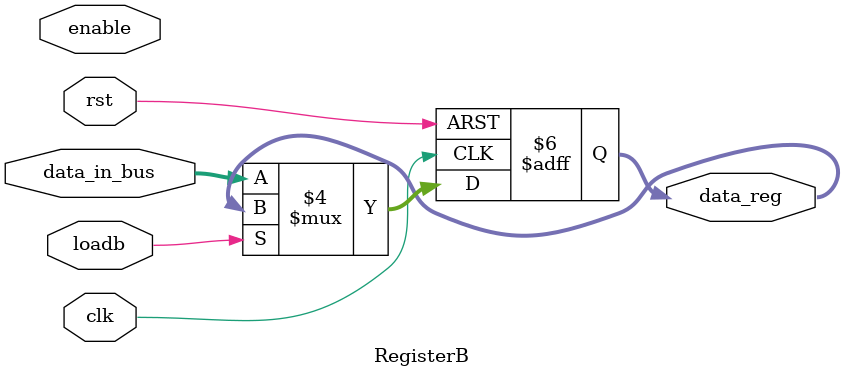
<source format=v>
module RegisterB( data_in_bus, data_reg, clk, loadb, enable, rst );

	input clk;
	input rst;
	input loadb;
	input enable;
	input [7:0] data_in_bus;
	output reg [7:0] data_reg;
	
	always @(posedge clk or posedge rst)  begin 
		if (rst)
			data_reg = 8'b00000000;
		
		else if (~loadb)
			data_reg = data_in_bus; 
	end 
	
endmodule

</source>
